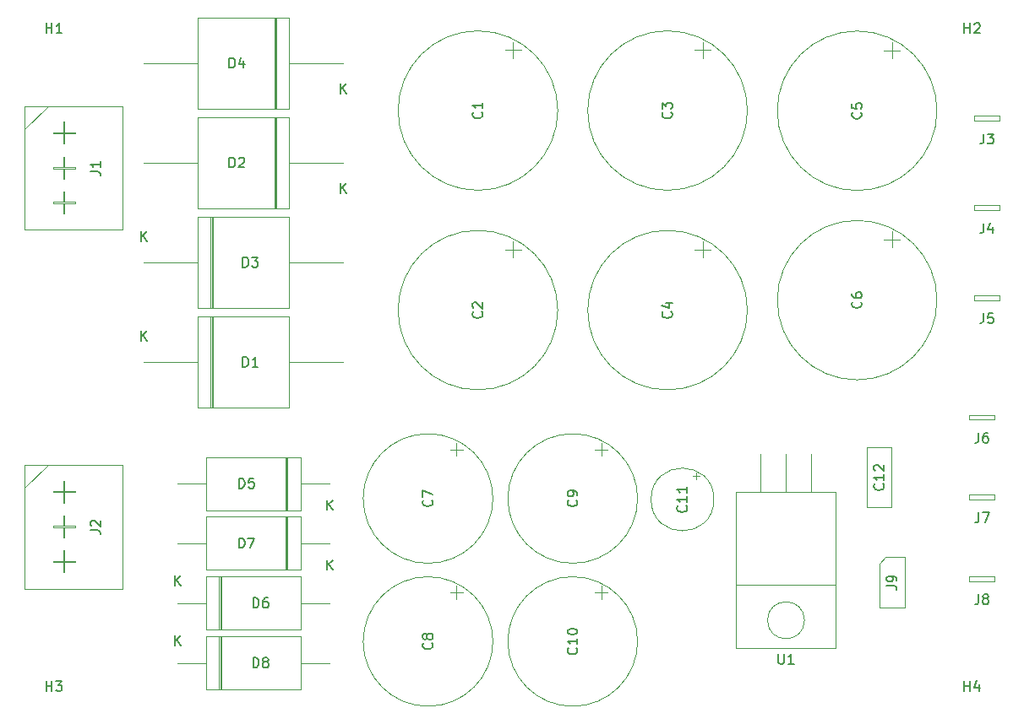
<source format=gbr>
%TF.GenerationSoftware,KiCad,Pcbnew,7.0.2-6a45011f42~172~ubuntu22.04.1*%
%TF.CreationDate,2023-05-07T16:01:11-05:00*%
%TF.ProjectId,fuente-lineal,6675656e-7465-42d6-9c69-6e65616c2e6b,V1.0.0*%
%TF.SameCoordinates,PX55d4a80PY3750280*%
%TF.FileFunction,AssemblyDrawing,Top*%
%FSLAX46Y46*%
G04 Gerber Fmt 4.6, Leading zero omitted, Abs format (unit mm)*
G04 Created by KiCad (PCBNEW 7.0.2-6a45011f42~172~ubuntu22.04.1) date 2023-05-07 16:01:11*
%MOMM*%
%LPD*%
G01*
G04 APERTURE LIST*
%ADD10C,0.150000*%
%ADD11C,0.100000*%
%ADD12C,0.120000*%
G04 APERTURE END LIST*
D10*
%TO.C,C9*%
X61367380Y-56320487D02*
X61415000Y-56368106D01*
X61415000Y-56368106D02*
X61462619Y-56510963D01*
X61462619Y-56510963D02*
X61462619Y-56606201D01*
X61462619Y-56606201D02*
X61415000Y-56749058D01*
X61415000Y-56749058D02*
X61319761Y-56844296D01*
X61319761Y-56844296D02*
X61224523Y-56891915D01*
X61224523Y-56891915D02*
X61034047Y-56939534D01*
X61034047Y-56939534D02*
X60891190Y-56939534D01*
X60891190Y-56939534D02*
X60700714Y-56891915D01*
X60700714Y-56891915D02*
X60605476Y-56844296D01*
X60605476Y-56844296D02*
X60510238Y-56749058D01*
X60510238Y-56749058D02*
X60462619Y-56606201D01*
X60462619Y-56606201D02*
X60462619Y-56510963D01*
X60462619Y-56510963D02*
X60510238Y-56368106D01*
X60510238Y-56368106D02*
X60557857Y-56320487D01*
X61462619Y-55844296D02*
X61462619Y-55653820D01*
X61462619Y-55653820D02*
X61415000Y-55558582D01*
X61415000Y-55558582D02*
X61367380Y-55510963D01*
X61367380Y-55510963D02*
X61224523Y-55415725D01*
X61224523Y-55415725D02*
X61034047Y-55368106D01*
X61034047Y-55368106D02*
X60653095Y-55368106D01*
X60653095Y-55368106D02*
X60557857Y-55415725D01*
X60557857Y-55415725D02*
X60510238Y-55463344D01*
X60510238Y-55463344D02*
X60462619Y-55558582D01*
X60462619Y-55558582D02*
X60462619Y-55749058D01*
X60462619Y-55749058D02*
X60510238Y-55844296D01*
X60510238Y-55844296D02*
X60557857Y-55891915D01*
X60557857Y-55891915D02*
X60653095Y-55939534D01*
X60653095Y-55939534D02*
X60891190Y-55939534D01*
X60891190Y-55939534D02*
X60986428Y-55891915D01*
X60986428Y-55891915D02*
X61034047Y-55844296D01*
X61034047Y-55844296D02*
X61081666Y-55749058D01*
X61081666Y-55749058D02*
X61081666Y-55558582D01*
X61081666Y-55558582D02*
X61034047Y-55463344D01*
X61034047Y-55463344D02*
X60986428Y-55415725D01*
X60986428Y-55415725D02*
X60891190Y-55368106D01*
%TO.C,H4*%
X100238095Y-75462619D02*
X100238095Y-74462619D01*
X100238095Y-74938809D02*
X100809523Y-74938809D01*
X100809523Y-75462619D02*
X100809523Y-74462619D01*
X101714285Y-74795952D02*
X101714285Y-75462619D01*
X101476190Y-74415000D02*
X101238095Y-75129285D01*
X101238095Y-75129285D02*
X101857142Y-75129285D01*
%TO.C,C3*%
X70867380Y-17394446D02*
X70915000Y-17442065D01*
X70915000Y-17442065D02*
X70962619Y-17584922D01*
X70962619Y-17584922D02*
X70962619Y-17680160D01*
X70962619Y-17680160D02*
X70915000Y-17823017D01*
X70915000Y-17823017D02*
X70819761Y-17918255D01*
X70819761Y-17918255D02*
X70724523Y-17965874D01*
X70724523Y-17965874D02*
X70534047Y-18013493D01*
X70534047Y-18013493D02*
X70391190Y-18013493D01*
X70391190Y-18013493D02*
X70200714Y-17965874D01*
X70200714Y-17965874D02*
X70105476Y-17918255D01*
X70105476Y-17918255D02*
X70010238Y-17823017D01*
X70010238Y-17823017D02*
X69962619Y-17680160D01*
X69962619Y-17680160D02*
X69962619Y-17584922D01*
X69962619Y-17584922D02*
X70010238Y-17442065D01*
X70010238Y-17442065D02*
X70057857Y-17394446D01*
X69962619Y-17061112D02*
X69962619Y-16442065D01*
X69962619Y-16442065D02*
X70343571Y-16775398D01*
X70343571Y-16775398D02*
X70343571Y-16632541D01*
X70343571Y-16632541D02*
X70391190Y-16537303D01*
X70391190Y-16537303D02*
X70438809Y-16489684D01*
X70438809Y-16489684D02*
X70534047Y-16442065D01*
X70534047Y-16442065D02*
X70772142Y-16442065D01*
X70772142Y-16442065D02*
X70867380Y-16489684D01*
X70867380Y-16489684D02*
X70915000Y-16537303D01*
X70915000Y-16537303D02*
X70962619Y-16632541D01*
X70962619Y-16632541D02*
X70962619Y-16918255D01*
X70962619Y-16918255D02*
X70915000Y-17013493D01*
X70915000Y-17013493D02*
X70867380Y-17061112D01*
%TO.C,J4*%
X102166666Y-28540399D02*
X102166666Y-29254684D01*
X102166666Y-29254684D02*
X102119047Y-29397541D01*
X102119047Y-29397541D02*
X102023809Y-29492780D01*
X102023809Y-29492780D02*
X101880952Y-29540399D01*
X101880952Y-29540399D02*
X101785714Y-29540399D01*
X103071428Y-28873732D02*
X103071428Y-29540399D01*
X102833333Y-28492780D02*
X102595238Y-29207065D01*
X102595238Y-29207065D02*
X103214285Y-29207065D01*
%TO.C,J2*%
X12662619Y-59333333D02*
X13376904Y-59333333D01*
X13376904Y-59333333D02*
X13519761Y-59380952D01*
X13519761Y-59380952D02*
X13615000Y-59476190D01*
X13615000Y-59476190D02*
X13662619Y-59619047D01*
X13662619Y-59619047D02*
X13662619Y-59714285D01*
X12757857Y-58904761D02*
X12710238Y-58857142D01*
X12710238Y-58857142D02*
X12662619Y-58761904D01*
X12662619Y-58761904D02*
X12662619Y-58523809D01*
X12662619Y-58523809D02*
X12710238Y-58428571D01*
X12710238Y-58428571D02*
X12757857Y-58380952D01*
X12757857Y-58380952D02*
X12853095Y-58333333D01*
X12853095Y-58333333D02*
X12948333Y-58333333D01*
X12948333Y-58333333D02*
X13091190Y-58380952D01*
X13091190Y-58380952D02*
X13662619Y-58952380D01*
X13662619Y-58952380D02*
X13662619Y-58333333D01*
%TO.C,C11*%
X72367380Y-56892857D02*
X72415000Y-56940476D01*
X72415000Y-56940476D02*
X72462619Y-57083333D01*
X72462619Y-57083333D02*
X72462619Y-57178571D01*
X72462619Y-57178571D02*
X72415000Y-57321428D01*
X72415000Y-57321428D02*
X72319761Y-57416666D01*
X72319761Y-57416666D02*
X72224523Y-57464285D01*
X72224523Y-57464285D02*
X72034047Y-57511904D01*
X72034047Y-57511904D02*
X71891190Y-57511904D01*
X71891190Y-57511904D02*
X71700714Y-57464285D01*
X71700714Y-57464285D02*
X71605476Y-57416666D01*
X71605476Y-57416666D02*
X71510238Y-57321428D01*
X71510238Y-57321428D02*
X71462619Y-57178571D01*
X71462619Y-57178571D02*
X71462619Y-57083333D01*
X71462619Y-57083333D02*
X71510238Y-56940476D01*
X71510238Y-56940476D02*
X71557857Y-56892857D01*
X72462619Y-55940476D02*
X72462619Y-56511904D01*
X72462619Y-56226190D02*
X71462619Y-56226190D01*
X71462619Y-56226190D02*
X71605476Y-56321428D01*
X71605476Y-56321428D02*
X71700714Y-56416666D01*
X71700714Y-56416666D02*
X71748333Y-56511904D01*
X72462619Y-54988095D02*
X72462619Y-55559523D01*
X72462619Y-55273809D02*
X71462619Y-55273809D01*
X71462619Y-55273809D02*
X71605476Y-55369047D01*
X71605476Y-55369047D02*
X71700714Y-55464285D01*
X71700714Y-55464285D02*
X71748333Y-55559523D01*
%TO.C,H1*%
X8238095Y-9462619D02*
X8238095Y-8462619D01*
X8238095Y-8938809D02*
X8809523Y-8938809D01*
X8809523Y-9462619D02*
X8809523Y-8462619D01*
X9809523Y-9462619D02*
X9238095Y-9462619D01*
X9523809Y-9462619D02*
X9523809Y-8462619D01*
X9523809Y-8462619D02*
X9428571Y-8605476D01*
X9428571Y-8605476D02*
X9333333Y-8700714D01*
X9333333Y-8700714D02*
X9238095Y-8748333D01*
%TO.C,D2*%
X37738095Y-25540399D02*
X37738095Y-24540399D01*
X38309523Y-25540399D02*
X37880952Y-24968970D01*
X38309523Y-24540399D02*
X37738095Y-25111827D01*
X26579405Y-22940399D02*
X26579405Y-21940399D01*
X26579405Y-21940399D02*
X26817500Y-21940399D01*
X26817500Y-21940399D02*
X26960357Y-21988018D01*
X26960357Y-21988018D02*
X27055595Y-22083256D01*
X27055595Y-22083256D02*
X27103214Y-22178494D01*
X27103214Y-22178494D02*
X27150833Y-22368970D01*
X27150833Y-22368970D02*
X27150833Y-22511827D01*
X27150833Y-22511827D02*
X27103214Y-22702303D01*
X27103214Y-22702303D02*
X27055595Y-22797541D01*
X27055595Y-22797541D02*
X26960357Y-22892780D01*
X26960357Y-22892780D02*
X26817500Y-22940399D01*
X26817500Y-22940399D02*
X26579405Y-22940399D01*
X27531786Y-22035637D02*
X27579405Y-21988018D01*
X27579405Y-21988018D02*
X27674643Y-21940399D01*
X27674643Y-21940399D02*
X27912738Y-21940399D01*
X27912738Y-21940399D02*
X28007976Y-21988018D01*
X28007976Y-21988018D02*
X28055595Y-22035637D01*
X28055595Y-22035637D02*
X28103214Y-22130875D01*
X28103214Y-22130875D02*
X28103214Y-22226113D01*
X28103214Y-22226113D02*
X28055595Y-22368970D01*
X28055595Y-22368970D02*
X27484167Y-22940399D01*
X27484167Y-22940399D02*
X28103214Y-22940399D01*
%TO.C,J6*%
X101666666Y-49562619D02*
X101666666Y-50276904D01*
X101666666Y-50276904D02*
X101619047Y-50419761D01*
X101619047Y-50419761D02*
X101523809Y-50515000D01*
X101523809Y-50515000D02*
X101380952Y-50562619D01*
X101380952Y-50562619D02*
X101285714Y-50562619D01*
X102571428Y-49562619D02*
X102380952Y-49562619D01*
X102380952Y-49562619D02*
X102285714Y-49610238D01*
X102285714Y-49610238D02*
X102238095Y-49657857D01*
X102238095Y-49657857D02*
X102142857Y-49800714D01*
X102142857Y-49800714D02*
X102095238Y-49991190D01*
X102095238Y-49991190D02*
X102095238Y-50372142D01*
X102095238Y-50372142D02*
X102142857Y-50467380D01*
X102142857Y-50467380D02*
X102190476Y-50515000D01*
X102190476Y-50515000D02*
X102285714Y-50562619D01*
X102285714Y-50562619D02*
X102476190Y-50562619D01*
X102476190Y-50562619D02*
X102571428Y-50515000D01*
X102571428Y-50515000D02*
X102619047Y-50467380D01*
X102619047Y-50467380D02*
X102666666Y-50372142D01*
X102666666Y-50372142D02*
X102666666Y-50134047D01*
X102666666Y-50134047D02*
X102619047Y-50038809D01*
X102619047Y-50038809D02*
X102571428Y-49991190D01*
X102571428Y-49991190D02*
X102476190Y-49943571D01*
X102476190Y-49943571D02*
X102285714Y-49943571D01*
X102285714Y-49943571D02*
X102190476Y-49991190D01*
X102190476Y-49991190D02*
X102142857Y-50038809D01*
X102142857Y-50038809D02*
X102095238Y-50134047D01*
%TO.C,H2*%
X100238095Y-9462619D02*
X100238095Y-8462619D01*
X100238095Y-8938809D02*
X100809523Y-8938809D01*
X100809523Y-9462619D02*
X100809523Y-8462619D01*
X101238095Y-8557857D02*
X101285714Y-8510238D01*
X101285714Y-8510238D02*
X101380952Y-8462619D01*
X101380952Y-8462619D02*
X101619047Y-8462619D01*
X101619047Y-8462619D02*
X101714285Y-8510238D01*
X101714285Y-8510238D02*
X101761904Y-8557857D01*
X101761904Y-8557857D02*
X101809523Y-8653095D01*
X101809523Y-8653095D02*
X101809523Y-8748333D01*
X101809523Y-8748333D02*
X101761904Y-8891190D01*
X101761904Y-8891190D02*
X101190476Y-9462619D01*
X101190476Y-9462619D02*
X101809523Y-9462619D01*
%TO.C,C8*%
X46867380Y-70666666D02*
X46915000Y-70714285D01*
X46915000Y-70714285D02*
X46962619Y-70857142D01*
X46962619Y-70857142D02*
X46962619Y-70952380D01*
X46962619Y-70952380D02*
X46915000Y-71095237D01*
X46915000Y-71095237D02*
X46819761Y-71190475D01*
X46819761Y-71190475D02*
X46724523Y-71238094D01*
X46724523Y-71238094D02*
X46534047Y-71285713D01*
X46534047Y-71285713D02*
X46391190Y-71285713D01*
X46391190Y-71285713D02*
X46200714Y-71238094D01*
X46200714Y-71238094D02*
X46105476Y-71190475D01*
X46105476Y-71190475D02*
X46010238Y-71095237D01*
X46010238Y-71095237D02*
X45962619Y-70952380D01*
X45962619Y-70952380D02*
X45962619Y-70857142D01*
X45962619Y-70857142D02*
X46010238Y-70714285D01*
X46010238Y-70714285D02*
X46057857Y-70666666D01*
X46391190Y-70095237D02*
X46343571Y-70190475D01*
X46343571Y-70190475D02*
X46295952Y-70238094D01*
X46295952Y-70238094D02*
X46200714Y-70285713D01*
X46200714Y-70285713D02*
X46153095Y-70285713D01*
X46153095Y-70285713D02*
X46057857Y-70238094D01*
X46057857Y-70238094D02*
X46010238Y-70190475D01*
X46010238Y-70190475D02*
X45962619Y-70095237D01*
X45962619Y-70095237D02*
X45962619Y-69904761D01*
X45962619Y-69904761D02*
X46010238Y-69809523D01*
X46010238Y-69809523D02*
X46057857Y-69761904D01*
X46057857Y-69761904D02*
X46153095Y-69714285D01*
X46153095Y-69714285D02*
X46200714Y-69714285D01*
X46200714Y-69714285D02*
X46295952Y-69761904D01*
X46295952Y-69761904D02*
X46343571Y-69809523D01*
X46343571Y-69809523D02*
X46391190Y-69904761D01*
X46391190Y-69904761D02*
X46391190Y-70095237D01*
X46391190Y-70095237D02*
X46438809Y-70190475D01*
X46438809Y-70190475D02*
X46486428Y-70238094D01*
X46486428Y-70238094D02*
X46581666Y-70285713D01*
X46581666Y-70285713D02*
X46772142Y-70285713D01*
X46772142Y-70285713D02*
X46867380Y-70238094D01*
X46867380Y-70238094D02*
X46915000Y-70190475D01*
X46915000Y-70190475D02*
X46962619Y-70095237D01*
X46962619Y-70095237D02*
X46962619Y-69904761D01*
X46962619Y-69904761D02*
X46915000Y-69809523D01*
X46915000Y-69809523D02*
X46867380Y-69761904D01*
X46867380Y-69761904D02*
X46772142Y-69714285D01*
X46772142Y-69714285D02*
X46581666Y-69714285D01*
X46581666Y-69714285D02*
X46486428Y-69761904D01*
X46486428Y-69761904D02*
X46438809Y-69809523D01*
X46438809Y-69809523D02*
X46391190Y-69904761D01*
%TO.C,J9*%
X92462619Y-64928333D02*
X93176904Y-64928333D01*
X93176904Y-64928333D02*
X93319761Y-64975952D01*
X93319761Y-64975952D02*
X93415000Y-65071190D01*
X93415000Y-65071190D02*
X93462619Y-65214047D01*
X93462619Y-65214047D02*
X93462619Y-65309285D01*
X93462619Y-64404523D02*
X93462619Y-64214047D01*
X93462619Y-64214047D02*
X93415000Y-64118809D01*
X93415000Y-64118809D02*
X93367380Y-64071190D01*
X93367380Y-64071190D02*
X93224523Y-63975952D01*
X93224523Y-63975952D02*
X93034047Y-63928333D01*
X93034047Y-63928333D02*
X92653095Y-63928333D01*
X92653095Y-63928333D02*
X92557857Y-63975952D01*
X92557857Y-63975952D02*
X92510238Y-64023571D01*
X92510238Y-64023571D02*
X92462619Y-64118809D01*
X92462619Y-64118809D02*
X92462619Y-64309285D01*
X92462619Y-64309285D02*
X92510238Y-64404523D01*
X92510238Y-64404523D02*
X92557857Y-64452142D01*
X92557857Y-64452142D02*
X92653095Y-64499761D01*
X92653095Y-64499761D02*
X92891190Y-64499761D01*
X92891190Y-64499761D02*
X92986428Y-64452142D01*
X92986428Y-64452142D02*
X93034047Y-64404523D01*
X93034047Y-64404523D02*
X93081666Y-64309285D01*
X93081666Y-64309285D02*
X93081666Y-64118809D01*
X93081666Y-64118809D02*
X93034047Y-64023571D01*
X93034047Y-64023571D02*
X92986428Y-63975952D01*
X92986428Y-63975952D02*
X92891190Y-63928333D01*
%TO.C,C10*%
X61367380Y-71142857D02*
X61415000Y-71190476D01*
X61415000Y-71190476D02*
X61462619Y-71333333D01*
X61462619Y-71333333D02*
X61462619Y-71428571D01*
X61462619Y-71428571D02*
X61415000Y-71571428D01*
X61415000Y-71571428D02*
X61319761Y-71666666D01*
X61319761Y-71666666D02*
X61224523Y-71714285D01*
X61224523Y-71714285D02*
X61034047Y-71761904D01*
X61034047Y-71761904D02*
X60891190Y-71761904D01*
X60891190Y-71761904D02*
X60700714Y-71714285D01*
X60700714Y-71714285D02*
X60605476Y-71666666D01*
X60605476Y-71666666D02*
X60510238Y-71571428D01*
X60510238Y-71571428D02*
X60462619Y-71428571D01*
X60462619Y-71428571D02*
X60462619Y-71333333D01*
X60462619Y-71333333D02*
X60510238Y-71190476D01*
X60510238Y-71190476D02*
X60557857Y-71142857D01*
X61462619Y-70190476D02*
X61462619Y-70761904D01*
X61462619Y-70476190D02*
X60462619Y-70476190D01*
X60462619Y-70476190D02*
X60605476Y-70571428D01*
X60605476Y-70571428D02*
X60700714Y-70666666D01*
X60700714Y-70666666D02*
X60748333Y-70761904D01*
X60462619Y-69571428D02*
X60462619Y-69476190D01*
X60462619Y-69476190D02*
X60510238Y-69380952D01*
X60510238Y-69380952D02*
X60557857Y-69333333D01*
X60557857Y-69333333D02*
X60653095Y-69285714D01*
X60653095Y-69285714D02*
X60843571Y-69238095D01*
X60843571Y-69238095D02*
X61081666Y-69238095D01*
X61081666Y-69238095D02*
X61272142Y-69285714D01*
X61272142Y-69285714D02*
X61367380Y-69333333D01*
X61367380Y-69333333D02*
X61415000Y-69380952D01*
X61415000Y-69380952D02*
X61462619Y-69476190D01*
X61462619Y-69476190D02*
X61462619Y-69571428D01*
X61462619Y-69571428D02*
X61415000Y-69666666D01*
X61415000Y-69666666D02*
X61367380Y-69714285D01*
X61367380Y-69714285D02*
X61272142Y-69761904D01*
X61272142Y-69761904D02*
X61081666Y-69809523D01*
X61081666Y-69809523D02*
X60843571Y-69809523D01*
X60843571Y-69809523D02*
X60653095Y-69761904D01*
X60653095Y-69761904D02*
X60557857Y-69714285D01*
X60557857Y-69714285D02*
X60510238Y-69666666D01*
X60510238Y-69666666D02*
X60462619Y-69571428D01*
%TO.C,D6*%
X28975905Y-67116440D02*
X28975905Y-66116440D01*
X28975905Y-66116440D02*
X29214000Y-66116440D01*
X29214000Y-66116440D02*
X29356857Y-66164059D01*
X29356857Y-66164059D02*
X29452095Y-66259297D01*
X29452095Y-66259297D02*
X29499714Y-66354535D01*
X29499714Y-66354535D02*
X29547333Y-66545011D01*
X29547333Y-66545011D02*
X29547333Y-66687868D01*
X29547333Y-66687868D02*
X29499714Y-66878344D01*
X29499714Y-66878344D02*
X29452095Y-66973582D01*
X29452095Y-66973582D02*
X29356857Y-67068821D01*
X29356857Y-67068821D02*
X29214000Y-67116440D01*
X29214000Y-67116440D02*
X28975905Y-67116440D01*
X30404476Y-66116440D02*
X30214000Y-66116440D01*
X30214000Y-66116440D02*
X30118762Y-66164059D01*
X30118762Y-66164059D02*
X30071143Y-66211678D01*
X30071143Y-66211678D02*
X29975905Y-66354535D01*
X29975905Y-66354535D02*
X29928286Y-66545011D01*
X29928286Y-66545011D02*
X29928286Y-66925963D01*
X29928286Y-66925963D02*
X29975905Y-67021201D01*
X29975905Y-67021201D02*
X30023524Y-67068821D01*
X30023524Y-67068821D02*
X30118762Y-67116440D01*
X30118762Y-67116440D02*
X30309238Y-67116440D01*
X30309238Y-67116440D02*
X30404476Y-67068821D01*
X30404476Y-67068821D02*
X30452095Y-67021201D01*
X30452095Y-67021201D02*
X30499714Y-66925963D01*
X30499714Y-66925963D02*
X30499714Y-66687868D01*
X30499714Y-66687868D02*
X30452095Y-66592630D01*
X30452095Y-66592630D02*
X30404476Y-66545011D01*
X30404476Y-66545011D02*
X30309238Y-66497392D01*
X30309238Y-66497392D02*
X30118762Y-66497392D01*
X30118762Y-66497392D02*
X30023524Y-66545011D01*
X30023524Y-66545011D02*
X29975905Y-66592630D01*
X29975905Y-66592630D02*
X29928286Y-66687868D01*
X21118095Y-64916440D02*
X21118095Y-63916440D01*
X21689523Y-64916440D02*
X21260952Y-64345011D01*
X21689523Y-63916440D02*
X21118095Y-64487868D01*
%TO.C,C6*%
X89867380Y-36416666D02*
X89915000Y-36464285D01*
X89915000Y-36464285D02*
X89962619Y-36607142D01*
X89962619Y-36607142D02*
X89962619Y-36702380D01*
X89962619Y-36702380D02*
X89915000Y-36845237D01*
X89915000Y-36845237D02*
X89819761Y-36940475D01*
X89819761Y-36940475D02*
X89724523Y-36988094D01*
X89724523Y-36988094D02*
X89534047Y-37035713D01*
X89534047Y-37035713D02*
X89391190Y-37035713D01*
X89391190Y-37035713D02*
X89200714Y-36988094D01*
X89200714Y-36988094D02*
X89105476Y-36940475D01*
X89105476Y-36940475D02*
X89010238Y-36845237D01*
X89010238Y-36845237D02*
X88962619Y-36702380D01*
X88962619Y-36702380D02*
X88962619Y-36607142D01*
X88962619Y-36607142D02*
X89010238Y-36464285D01*
X89010238Y-36464285D02*
X89057857Y-36416666D01*
X88962619Y-35559523D02*
X88962619Y-35749999D01*
X88962619Y-35749999D02*
X89010238Y-35845237D01*
X89010238Y-35845237D02*
X89057857Y-35892856D01*
X89057857Y-35892856D02*
X89200714Y-35988094D01*
X89200714Y-35988094D02*
X89391190Y-36035713D01*
X89391190Y-36035713D02*
X89772142Y-36035713D01*
X89772142Y-36035713D02*
X89867380Y-35988094D01*
X89867380Y-35988094D02*
X89915000Y-35940475D01*
X89915000Y-35940475D02*
X89962619Y-35845237D01*
X89962619Y-35845237D02*
X89962619Y-35654761D01*
X89962619Y-35654761D02*
X89915000Y-35559523D01*
X89915000Y-35559523D02*
X89867380Y-35511904D01*
X89867380Y-35511904D02*
X89772142Y-35464285D01*
X89772142Y-35464285D02*
X89534047Y-35464285D01*
X89534047Y-35464285D02*
X89438809Y-35511904D01*
X89438809Y-35511904D02*
X89391190Y-35559523D01*
X89391190Y-35559523D02*
X89343571Y-35654761D01*
X89343571Y-35654761D02*
X89343571Y-35845237D01*
X89343571Y-35845237D02*
X89391190Y-35940475D01*
X89391190Y-35940475D02*
X89438809Y-35988094D01*
X89438809Y-35988094D02*
X89534047Y-36035713D01*
%TO.C,D8*%
X28975905Y-73116440D02*
X28975905Y-72116440D01*
X28975905Y-72116440D02*
X29214000Y-72116440D01*
X29214000Y-72116440D02*
X29356857Y-72164059D01*
X29356857Y-72164059D02*
X29452095Y-72259297D01*
X29452095Y-72259297D02*
X29499714Y-72354535D01*
X29499714Y-72354535D02*
X29547333Y-72545011D01*
X29547333Y-72545011D02*
X29547333Y-72687868D01*
X29547333Y-72687868D02*
X29499714Y-72878344D01*
X29499714Y-72878344D02*
X29452095Y-72973582D01*
X29452095Y-72973582D02*
X29356857Y-73068821D01*
X29356857Y-73068821D02*
X29214000Y-73116440D01*
X29214000Y-73116440D02*
X28975905Y-73116440D01*
X30118762Y-72545011D02*
X30023524Y-72497392D01*
X30023524Y-72497392D02*
X29975905Y-72449773D01*
X29975905Y-72449773D02*
X29928286Y-72354535D01*
X29928286Y-72354535D02*
X29928286Y-72306916D01*
X29928286Y-72306916D02*
X29975905Y-72211678D01*
X29975905Y-72211678D02*
X30023524Y-72164059D01*
X30023524Y-72164059D02*
X30118762Y-72116440D01*
X30118762Y-72116440D02*
X30309238Y-72116440D01*
X30309238Y-72116440D02*
X30404476Y-72164059D01*
X30404476Y-72164059D02*
X30452095Y-72211678D01*
X30452095Y-72211678D02*
X30499714Y-72306916D01*
X30499714Y-72306916D02*
X30499714Y-72354535D01*
X30499714Y-72354535D02*
X30452095Y-72449773D01*
X30452095Y-72449773D02*
X30404476Y-72497392D01*
X30404476Y-72497392D02*
X30309238Y-72545011D01*
X30309238Y-72545011D02*
X30118762Y-72545011D01*
X30118762Y-72545011D02*
X30023524Y-72592630D01*
X30023524Y-72592630D02*
X29975905Y-72640249D01*
X29975905Y-72640249D02*
X29928286Y-72735487D01*
X29928286Y-72735487D02*
X29928286Y-72925963D01*
X29928286Y-72925963D02*
X29975905Y-73021201D01*
X29975905Y-73021201D02*
X30023524Y-73068821D01*
X30023524Y-73068821D02*
X30118762Y-73116440D01*
X30118762Y-73116440D02*
X30309238Y-73116440D01*
X30309238Y-73116440D02*
X30404476Y-73068821D01*
X30404476Y-73068821D02*
X30452095Y-73021201D01*
X30452095Y-73021201D02*
X30499714Y-72925963D01*
X30499714Y-72925963D02*
X30499714Y-72735487D01*
X30499714Y-72735487D02*
X30452095Y-72640249D01*
X30452095Y-72640249D02*
X30404476Y-72592630D01*
X30404476Y-72592630D02*
X30309238Y-72545011D01*
X21118095Y-70916440D02*
X21118095Y-69916440D01*
X21689523Y-70916440D02*
X21260952Y-70345011D01*
X21689523Y-69916440D02*
X21118095Y-70487868D01*
%TO.C,C2*%
X51867380Y-37416666D02*
X51915000Y-37464285D01*
X51915000Y-37464285D02*
X51962619Y-37607142D01*
X51962619Y-37607142D02*
X51962619Y-37702380D01*
X51962619Y-37702380D02*
X51915000Y-37845237D01*
X51915000Y-37845237D02*
X51819761Y-37940475D01*
X51819761Y-37940475D02*
X51724523Y-37988094D01*
X51724523Y-37988094D02*
X51534047Y-38035713D01*
X51534047Y-38035713D02*
X51391190Y-38035713D01*
X51391190Y-38035713D02*
X51200714Y-37988094D01*
X51200714Y-37988094D02*
X51105476Y-37940475D01*
X51105476Y-37940475D02*
X51010238Y-37845237D01*
X51010238Y-37845237D02*
X50962619Y-37702380D01*
X50962619Y-37702380D02*
X50962619Y-37607142D01*
X50962619Y-37607142D02*
X51010238Y-37464285D01*
X51010238Y-37464285D02*
X51057857Y-37416666D01*
X51057857Y-37035713D02*
X51010238Y-36988094D01*
X51010238Y-36988094D02*
X50962619Y-36892856D01*
X50962619Y-36892856D02*
X50962619Y-36654761D01*
X50962619Y-36654761D02*
X51010238Y-36559523D01*
X51010238Y-36559523D02*
X51057857Y-36511904D01*
X51057857Y-36511904D02*
X51153095Y-36464285D01*
X51153095Y-36464285D02*
X51248333Y-36464285D01*
X51248333Y-36464285D02*
X51391190Y-36511904D01*
X51391190Y-36511904D02*
X51962619Y-37083332D01*
X51962619Y-37083332D02*
X51962619Y-36464285D01*
%TO.C,J8*%
X101666666Y-65762619D02*
X101666666Y-66476904D01*
X101666666Y-66476904D02*
X101619047Y-66619761D01*
X101619047Y-66619761D02*
X101523809Y-66715000D01*
X101523809Y-66715000D02*
X101380952Y-66762619D01*
X101380952Y-66762619D02*
X101285714Y-66762619D01*
X102285714Y-66191190D02*
X102190476Y-66143571D01*
X102190476Y-66143571D02*
X102142857Y-66095952D01*
X102142857Y-66095952D02*
X102095238Y-66000714D01*
X102095238Y-66000714D02*
X102095238Y-65953095D01*
X102095238Y-65953095D02*
X102142857Y-65857857D01*
X102142857Y-65857857D02*
X102190476Y-65810238D01*
X102190476Y-65810238D02*
X102285714Y-65762619D01*
X102285714Y-65762619D02*
X102476190Y-65762619D01*
X102476190Y-65762619D02*
X102571428Y-65810238D01*
X102571428Y-65810238D02*
X102619047Y-65857857D01*
X102619047Y-65857857D02*
X102666666Y-65953095D01*
X102666666Y-65953095D02*
X102666666Y-66000714D01*
X102666666Y-66000714D02*
X102619047Y-66095952D01*
X102619047Y-66095952D02*
X102571428Y-66143571D01*
X102571428Y-66143571D02*
X102476190Y-66191190D01*
X102476190Y-66191190D02*
X102285714Y-66191190D01*
X102285714Y-66191190D02*
X102190476Y-66238809D01*
X102190476Y-66238809D02*
X102142857Y-66286428D01*
X102142857Y-66286428D02*
X102095238Y-66381666D01*
X102095238Y-66381666D02*
X102095238Y-66572142D01*
X102095238Y-66572142D02*
X102142857Y-66667380D01*
X102142857Y-66667380D02*
X102190476Y-66715000D01*
X102190476Y-66715000D02*
X102285714Y-66762619D01*
X102285714Y-66762619D02*
X102476190Y-66762619D01*
X102476190Y-66762619D02*
X102571428Y-66715000D01*
X102571428Y-66715000D02*
X102619047Y-66667380D01*
X102619047Y-66667380D02*
X102666666Y-66572142D01*
X102666666Y-66572142D02*
X102666666Y-66381666D01*
X102666666Y-66381666D02*
X102619047Y-66286428D01*
X102619047Y-66286428D02*
X102571428Y-66238809D01*
X102571428Y-66238809D02*
X102476190Y-66191190D01*
%TO.C,C4*%
X70867380Y-37416666D02*
X70915000Y-37464285D01*
X70915000Y-37464285D02*
X70962619Y-37607142D01*
X70962619Y-37607142D02*
X70962619Y-37702380D01*
X70962619Y-37702380D02*
X70915000Y-37845237D01*
X70915000Y-37845237D02*
X70819761Y-37940475D01*
X70819761Y-37940475D02*
X70724523Y-37988094D01*
X70724523Y-37988094D02*
X70534047Y-38035713D01*
X70534047Y-38035713D02*
X70391190Y-38035713D01*
X70391190Y-38035713D02*
X70200714Y-37988094D01*
X70200714Y-37988094D02*
X70105476Y-37940475D01*
X70105476Y-37940475D02*
X70010238Y-37845237D01*
X70010238Y-37845237D02*
X69962619Y-37702380D01*
X69962619Y-37702380D02*
X69962619Y-37607142D01*
X69962619Y-37607142D02*
X70010238Y-37464285D01*
X70010238Y-37464285D02*
X70057857Y-37416666D01*
X70295952Y-36559523D02*
X70962619Y-36559523D01*
X69915000Y-36797618D02*
X70629285Y-37035713D01*
X70629285Y-37035713D02*
X70629285Y-36416666D01*
%TO.C,D1*%
X27944405Y-42940399D02*
X27944405Y-41940399D01*
X27944405Y-41940399D02*
X28182500Y-41940399D01*
X28182500Y-41940399D02*
X28325357Y-41988018D01*
X28325357Y-41988018D02*
X28420595Y-42083256D01*
X28420595Y-42083256D02*
X28468214Y-42178494D01*
X28468214Y-42178494D02*
X28515833Y-42368970D01*
X28515833Y-42368970D02*
X28515833Y-42511827D01*
X28515833Y-42511827D02*
X28468214Y-42702303D01*
X28468214Y-42702303D02*
X28420595Y-42797541D01*
X28420595Y-42797541D02*
X28325357Y-42892780D01*
X28325357Y-42892780D02*
X28182500Y-42940399D01*
X28182500Y-42940399D02*
X27944405Y-42940399D01*
X29468214Y-42940399D02*
X28896786Y-42940399D01*
X29182500Y-42940399D02*
X29182500Y-41940399D01*
X29182500Y-41940399D02*
X29087262Y-42083256D01*
X29087262Y-42083256D02*
X28992024Y-42178494D01*
X28992024Y-42178494D02*
X28896786Y-42226113D01*
X17738095Y-40340399D02*
X17738095Y-39340399D01*
X18309523Y-40340399D02*
X17880952Y-39768970D01*
X18309523Y-39340399D02*
X17738095Y-39911827D01*
%TO.C,D4*%
X26579405Y-12940399D02*
X26579405Y-11940399D01*
X26579405Y-11940399D02*
X26817500Y-11940399D01*
X26817500Y-11940399D02*
X26960357Y-11988018D01*
X26960357Y-11988018D02*
X27055595Y-12083256D01*
X27055595Y-12083256D02*
X27103214Y-12178494D01*
X27103214Y-12178494D02*
X27150833Y-12368970D01*
X27150833Y-12368970D02*
X27150833Y-12511827D01*
X27150833Y-12511827D02*
X27103214Y-12702303D01*
X27103214Y-12702303D02*
X27055595Y-12797541D01*
X27055595Y-12797541D02*
X26960357Y-12892780D01*
X26960357Y-12892780D02*
X26817500Y-12940399D01*
X26817500Y-12940399D02*
X26579405Y-12940399D01*
X28007976Y-12273732D02*
X28007976Y-12940399D01*
X27769881Y-11892780D02*
X27531786Y-12607065D01*
X27531786Y-12607065D02*
X28150833Y-12607065D01*
X37738095Y-15540399D02*
X37738095Y-14540399D01*
X38309523Y-15540399D02*
X37880952Y-14968970D01*
X38309523Y-14540399D02*
X37738095Y-15111827D01*
%TO.C,C1*%
X51867380Y-17394446D02*
X51915000Y-17442065D01*
X51915000Y-17442065D02*
X51962619Y-17584922D01*
X51962619Y-17584922D02*
X51962619Y-17680160D01*
X51962619Y-17680160D02*
X51915000Y-17823017D01*
X51915000Y-17823017D02*
X51819761Y-17918255D01*
X51819761Y-17918255D02*
X51724523Y-17965874D01*
X51724523Y-17965874D02*
X51534047Y-18013493D01*
X51534047Y-18013493D02*
X51391190Y-18013493D01*
X51391190Y-18013493D02*
X51200714Y-17965874D01*
X51200714Y-17965874D02*
X51105476Y-17918255D01*
X51105476Y-17918255D02*
X51010238Y-17823017D01*
X51010238Y-17823017D02*
X50962619Y-17680160D01*
X50962619Y-17680160D02*
X50962619Y-17584922D01*
X50962619Y-17584922D02*
X51010238Y-17442065D01*
X51010238Y-17442065D02*
X51057857Y-17394446D01*
X51962619Y-16442065D02*
X51962619Y-17013493D01*
X51962619Y-16727779D02*
X50962619Y-16727779D01*
X50962619Y-16727779D02*
X51105476Y-16823017D01*
X51105476Y-16823017D02*
X51200714Y-16918255D01*
X51200714Y-16918255D02*
X51248333Y-17013493D01*
%TO.C,C5*%
X89867380Y-17416666D02*
X89915000Y-17464285D01*
X89915000Y-17464285D02*
X89962619Y-17607142D01*
X89962619Y-17607142D02*
X89962619Y-17702380D01*
X89962619Y-17702380D02*
X89915000Y-17845237D01*
X89915000Y-17845237D02*
X89819761Y-17940475D01*
X89819761Y-17940475D02*
X89724523Y-17988094D01*
X89724523Y-17988094D02*
X89534047Y-18035713D01*
X89534047Y-18035713D02*
X89391190Y-18035713D01*
X89391190Y-18035713D02*
X89200714Y-17988094D01*
X89200714Y-17988094D02*
X89105476Y-17940475D01*
X89105476Y-17940475D02*
X89010238Y-17845237D01*
X89010238Y-17845237D02*
X88962619Y-17702380D01*
X88962619Y-17702380D02*
X88962619Y-17607142D01*
X88962619Y-17607142D02*
X89010238Y-17464285D01*
X89010238Y-17464285D02*
X89057857Y-17416666D01*
X88962619Y-16511904D02*
X88962619Y-16988094D01*
X88962619Y-16988094D02*
X89438809Y-17035713D01*
X89438809Y-17035713D02*
X89391190Y-16988094D01*
X89391190Y-16988094D02*
X89343571Y-16892856D01*
X89343571Y-16892856D02*
X89343571Y-16654761D01*
X89343571Y-16654761D02*
X89391190Y-16559523D01*
X89391190Y-16559523D02*
X89438809Y-16511904D01*
X89438809Y-16511904D02*
X89534047Y-16464285D01*
X89534047Y-16464285D02*
X89772142Y-16464285D01*
X89772142Y-16464285D02*
X89867380Y-16511904D01*
X89867380Y-16511904D02*
X89915000Y-16559523D01*
X89915000Y-16559523D02*
X89962619Y-16654761D01*
X89962619Y-16654761D02*
X89962619Y-16892856D01*
X89962619Y-16892856D02*
X89915000Y-16988094D01*
X89915000Y-16988094D02*
X89867380Y-17035713D01*
%TO.C,J1*%
X12662619Y-23333333D02*
X13376904Y-23333333D01*
X13376904Y-23333333D02*
X13519761Y-23380952D01*
X13519761Y-23380952D02*
X13615000Y-23476190D01*
X13615000Y-23476190D02*
X13662619Y-23619047D01*
X13662619Y-23619047D02*
X13662619Y-23714285D01*
X13662619Y-22333333D02*
X13662619Y-22904761D01*
X13662619Y-22619047D02*
X12662619Y-22619047D01*
X12662619Y-22619047D02*
X12805476Y-22714285D01*
X12805476Y-22714285D02*
X12900714Y-22809523D01*
X12900714Y-22809523D02*
X12948333Y-22904761D01*
%TO.C,D7*%
X36358095Y-63316440D02*
X36358095Y-62316440D01*
X36929523Y-63316440D02*
X36500952Y-62745011D01*
X36929523Y-62316440D02*
X36358095Y-62887868D01*
X27547905Y-61116440D02*
X27547905Y-60116440D01*
X27547905Y-60116440D02*
X27786000Y-60116440D01*
X27786000Y-60116440D02*
X27928857Y-60164059D01*
X27928857Y-60164059D02*
X28024095Y-60259297D01*
X28024095Y-60259297D02*
X28071714Y-60354535D01*
X28071714Y-60354535D02*
X28119333Y-60545011D01*
X28119333Y-60545011D02*
X28119333Y-60687868D01*
X28119333Y-60687868D02*
X28071714Y-60878344D01*
X28071714Y-60878344D02*
X28024095Y-60973582D01*
X28024095Y-60973582D02*
X27928857Y-61068821D01*
X27928857Y-61068821D02*
X27786000Y-61116440D01*
X27786000Y-61116440D02*
X27547905Y-61116440D01*
X28452667Y-60116440D02*
X29119333Y-60116440D01*
X29119333Y-60116440D02*
X28690762Y-61116440D01*
%TO.C,U1*%
X81608095Y-71752619D02*
X81608095Y-72562142D01*
X81608095Y-72562142D02*
X81655714Y-72657380D01*
X81655714Y-72657380D02*
X81703333Y-72705000D01*
X81703333Y-72705000D02*
X81798571Y-72752619D01*
X81798571Y-72752619D02*
X81989047Y-72752619D01*
X81989047Y-72752619D02*
X82084285Y-72705000D01*
X82084285Y-72705000D02*
X82131904Y-72657380D01*
X82131904Y-72657380D02*
X82179523Y-72562142D01*
X82179523Y-72562142D02*
X82179523Y-71752619D01*
X83179523Y-72752619D02*
X82608095Y-72752619D01*
X82893809Y-72752619D02*
X82893809Y-71752619D01*
X82893809Y-71752619D02*
X82798571Y-71895476D01*
X82798571Y-71895476D02*
X82703333Y-71990714D01*
X82703333Y-71990714D02*
X82608095Y-72038333D01*
%TO.C,D3*%
X17738095Y-30340399D02*
X17738095Y-29340399D01*
X18309523Y-30340399D02*
X17880952Y-29768970D01*
X18309523Y-29340399D02*
X17738095Y-29911827D01*
X27944405Y-32940399D02*
X27944405Y-31940399D01*
X27944405Y-31940399D02*
X28182500Y-31940399D01*
X28182500Y-31940399D02*
X28325357Y-31988018D01*
X28325357Y-31988018D02*
X28420595Y-32083256D01*
X28420595Y-32083256D02*
X28468214Y-32178494D01*
X28468214Y-32178494D02*
X28515833Y-32368970D01*
X28515833Y-32368970D02*
X28515833Y-32511827D01*
X28515833Y-32511827D02*
X28468214Y-32702303D01*
X28468214Y-32702303D02*
X28420595Y-32797541D01*
X28420595Y-32797541D02*
X28325357Y-32892780D01*
X28325357Y-32892780D02*
X28182500Y-32940399D01*
X28182500Y-32940399D02*
X27944405Y-32940399D01*
X28849167Y-31940399D02*
X29468214Y-31940399D01*
X29468214Y-31940399D02*
X29134881Y-32321351D01*
X29134881Y-32321351D02*
X29277738Y-32321351D01*
X29277738Y-32321351D02*
X29372976Y-32368970D01*
X29372976Y-32368970D02*
X29420595Y-32416589D01*
X29420595Y-32416589D02*
X29468214Y-32511827D01*
X29468214Y-32511827D02*
X29468214Y-32749922D01*
X29468214Y-32749922D02*
X29420595Y-32845160D01*
X29420595Y-32845160D02*
X29372976Y-32892780D01*
X29372976Y-32892780D02*
X29277738Y-32940399D01*
X29277738Y-32940399D02*
X28992024Y-32940399D01*
X28992024Y-32940399D02*
X28896786Y-32892780D01*
X28896786Y-32892780D02*
X28849167Y-32845160D01*
%TO.C,J5*%
X102166666Y-37562619D02*
X102166666Y-38276904D01*
X102166666Y-38276904D02*
X102119047Y-38419761D01*
X102119047Y-38419761D02*
X102023809Y-38515000D01*
X102023809Y-38515000D02*
X101880952Y-38562619D01*
X101880952Y-38562619D02*
X101785714Y-38562619D01*
X103119047Y-37562619D02*
X102642857Y-37562619D01*
X102642857Y-37562619D02*
X102595238Y-38038809D01*
X102595238Y-38038809D02*
X102642857Y-37991190D01*
X102642857Y-37991190D02*
X102738095Y-37943571D01*
X102738095Y-37943571D02*
X102976190Y-37943571D01*
X102976190Y-37943571D02*
X103071428Y-37991190D01*
X103071428Y-37991190D02*
X103119047Y-38038809D01*
X103119047Y-38038809D02*
X103166666Y-38134047D01*
X103166666Y-38134047D02*
X103166666Y-38372142D01*
X103166666Y-38372142D02*
X103119047Y-38467380D01*
X103119047Y-38467380D02*
X103071428Y-38515000D01*
X103071428Y-38515000D02*
X102976190Y-38562619D01*
X102976190Y-38562619D02*
X102738095Y-38562619D01*
X102738095Y-38562619D02*
X102642857Y-38515000D01*
X102642857Y-38515000D02*
X102595238Y-38467380D01*
%TO.C,C7*%
X46867380Y-56320487D02*
X46915000Y-56368106D01*
X46915000Y-56368106D02*
X46962619Y-56510963D01*
X46962619Y-56510963D02*
X46962619Y-56606201D01*
X46962619Y-56606201D02*
X46915000Y-56749058D01*
X46915000Y-56749058D02*
X46819761Y-56844296D01*
X46819761Y-56844296D02*
X46724523Y-56891915D01*
X46724523Y-56891915D02*
X46534047Y-56939534D01*
X46534047Y-56939534D02*
X46391190Y-56939534D01*
X46391190Y-56939534D02*
X46200714Y-56891915D01*
X46200714Y-56891915D02*
X46105476Y-56844296D01*
X46105476Y-56844296D02*
X46010238Y-56749058D01*
X46010238Y-56749058D02*
X45962619Y-56606201D01*
X45962619Y-56606201D02*
X45962619Y-56510963D01*
X45962619Y-56510963D02*
X46010238Y-56368106D01*
X46010238Y-56368106D02*
X46057857Y-56320487D01*
X45962619Y-55987153D02*
X45962619Y-55320487D01*
X45962619Y-55320487D02*
X46962619Y-55749058D01*
%TO.C,J3*%
X102166666Y-19562619D02*
X102166666Y-20276904D01*
X102166666Y-20276904D02*
X102119047Y-20419761D01*
X102119047Y-20419761D02*
X102023809Y-20515000D01*
X102023809Y-20515000D02*
X101880952Y-20562619D01*
X101880952Y-20562619D02*
X101785714Y-20562619D01*
X102547619Y-19562619D02*
X103166666Y-19562619D01*
X103166666Y-19562619D02*
X102833333Y-19943571D01*
X102833333Y-19943571D02*
X102976190Y-19943571D01*
X102976190Y-19943571D02*
X103071428Y-19991190D01*
X103071428Y-19991190D02*
X103119047Y-20038809D01*
X103119047Y-20038809D02*
X103166666Y-20134047D01*
X103166666Y-20134047D02*
X103166666Y-20372142D01*
X103166666Y-20372142D02*
X103119047Y-20467380D01*
X103119047Y-20467380D02*
X103071428Y-20515000D01*
X103071428Y-20515000D02*
X102976190Y-20562619D01*
X102976190Y-20562619D02*
X102690476Y-20562619D01*
X102690476Y-20562619D02*
X102595238Y-20515000D01*
X102595238Y-20515000D02*
X102547619Y-20467380D01*
%TO.C,J7*%
X101666666Y-57562619D02*
X101666666Y-58276904D01*
X101666666Y-58276904D02*
X101619047Y-58419761D01*
X101619047Y-58419761D02*
X101523809Y-58515000D01*
X101523809Y-58515000D02*
X101380952Y-58562619D01*
X101380952Y-58562619D02*
X101285714Y-58562619D01*
X102047619Y-57562619D02*
X102714285Y-57562619D01*
X102714285Y-57562619D02*
X102285714Y-58562619D01*
%TO.C,H3*%
X8238095Y-75462619D02*
X8238095Y-74462619D01*
X8238095Y-74938809D02*
X8809523Y-74938809D01*
X8809523Y-75462619D02*
X8809523Y-74462619D01*
X9190476Y-74462619D02*
X9809523Y-74462619D01*
X9809523Y-74462619D02*
X9476190Y-74843571D01*
X9476190Y-74843571D02*
X9619047Y-74843571D01*
X9619047Y-74843571D02*
X9714285Y-74891190D01*
X9714285Y-74891190D02*
X9761904Y-74938809D01*
X9761904Y-74938809D02*
X9809523Y-75034047D01*
X9809523Y-75034047D02*
X9809523Y-75272142D01*
X9809523Y-75272142D02*
X9761904Y-75367380D01*
X9761904Y-75367380D02*
X9714285Y-75415000D01*
X9714285Y-75415000D02*
X9619047Y-75462619D01*
X9619047Y-75462619D02*
X9333333Y-75462619D01*
X9333333Y-75462619D02*
X9238095Y-75415000D01*
X9238095Y-75415000D02*
X9190476Y-75367380D01*
%TO.C,D5*%
X36358095Y-57316440D02*
X36358095Y-56316440D01*
X36929523Y-57316440D02*
X36500952Y-56745011D01*
X36929523Y-56316440D02*
X36358095Y-56887868D01*
X27547905Y-55116440D02*
X27547905Y-54116440D01*
X27547905Y-54116440D02*
X27786000Y-54116440D01*
X27786000Y-54116440D02*
X27928857Y-54164059D01*
X27928857Y-54164059D02*
X28024095Y-54259297D01*
X28024095Y-54259297D02*
X28071714Y-54354535D01*
X28071714Y-54354535D02*
X28119333Y-54545011D01*
X28119333Y-54545011D02*
X28119333Y-54687868D01*
X28119333Y-54687868D02*
X28071714Y-54878344D01*
X28071714Y-54878344D02*
X28024095Y-54973582D01*
X28024095Y-54973582D02*
X27928857Y-55068821D01*
X27928857Y-55068821D02*
X27786000Y-55116440D01*
X27786000Y-55116440D02*
X27547905Y-55116440D01*
X29024095Y-54116440D02*
X28547905Y-54116440D01*
X28547905Y-54116440D02*
X28500286Y-54592630D01*
X28500286Y-54592630D02*
X28547905Y-54545011D01*
X28547905Y-54545011D02*
X28643143Y-54497392D01*
X28643143Y-54497392D02*
X28881238Y-54497392D01*
X28881238Y-54497392D02*
X28976476Y-54545011D01*
X28976476Y-54545011D02*
X29024095Y-54592630D01*
X29024095Y-54592630D02*
X29071714Y-54687868D01*
X29071714Y-54687868D02*
X29071714Y-54925963D01*
X29071714Y-54925963D02*
X29024095Y-55021201D01*
X29024095Y-55021201D02*
X28976476Y-55068821D01*
X28976476Y-55068821D02*
X28881238Y-55116440D01*
X28881238Y-55116440D02*
X28643143Y-55116440D01*
X28643143Y-55116440D02*
X28547905Y-55068821D01*
X28547905Y-55068821D02*
X28500286Y-55021201D01*
%TO.C,C12*%
X92087380Y-54682857D02*
X92135000Y-54730476D01*
X92135000Y-54730476D02*
X92182619Y-54873333D01*
X92182619Y-54873333D02*
X92182619Y-54968571D01*
X92182619Y-54968571D02*
X92135000Y-55111428D01*
X92135000Y-55111428D02*
X92039761Y-55206666D01*
X92039761Y-55206666D02*
X91944523Y-55254285D01*
X91944523Y-55254285D02*
X91754047Y-55301904D01*
X91754047Y-55301904D02*
X91611190Y-55301904D01*
X91611190Y-55301904D02*
X91420714Y-55254285D01*
X91420714Y-55254285D02*
X91325476Y-55206666D01*
X91325476Y-55206666D02*
X91230238Y-55111428D01*
X91230238Y-55111428D02*
X91182619Y-54968571D01*
X91182619Y-54968571D02*
X91182619Y-54873333D01*
X91182619Y-54873333D02*
X91230238Y-54730476D01*
X91230238Y-54730476D02*
X91277857Y-54682857D01*
X92182619Y-53730476D02*
X92182619Y-54301904D01*
X92182619Y-54016190D02*
X91182619Y-54016190D01*
X91182619Y-54016190D02*
X91325476Y-54111428D01*
X91325476Y-54111428D02*
X91420714Y-54206666D01*
X91420714Y-54206666D02*
X91468333Y-54301904D01*
X91277857Y-53349523D02*
X91230238Y-53301904D01*
X91230238Y-53301904D02*
X91182619Y-53206666D01*
X91182619Y-53206666D02*
X91182619Y-52968571D01*
X91182619Y-52968571D02*
X91230238Y-52873333D01*
X91230238Y-52873333D02*
X91277857Y-52825714D01*
X91277857Y-52825714D02*
X91373095Y-52778095D01*
X91373095Y-52778095D02*
X91468333Y-52778095D01*
X91468333Y-52778095D02*
X91611190Y-52825714D01*
X91611190Y-52825714D02*
X92182619Y-53397142D01*
X92182619Y-53397142D02*
X92182619Y-52778095D01*
D11*
%TO.C,C9*%
X63847500Y-50571806D02*
X63847500Y-51871806D01*
X64497500Y-51221806D02*
X63197500Y-51221806D01*
X67500000Y-56153821D02*
G75*
G03*
X67500000Y-56153821I-6500000J0D01*
G01*
%TO.C,C3*%
X74007500Y-10352612D02*
X74007500Y-11952612D01*
X74807500Y-11152612D02*
X73207500Y-11152612D01*
X78500000Y-17227780D02*
G75*
G03*
X78500000Y-17227780I-8000000J0D01*
G01*
D12*
%TO.C,J4*%
X101250000Y-26727780D02*
X101250000Y-27227780D01*
X101250000Y-27227780D02*
X103750000Y-27227780D01*
X103750000Y-26727780D02*
X101250000Y-26727780D01*
X103750000Y-27227780D02*
X103750000Y-26727780D01*
D11*
%TO.C,J2*%
X8400000Y-52800000D02*
X6100000Y-52800000D01*
X6100000Y-52800000D02*
X6100000Y-55100000D01*
X10069000Y-54369000D02*
X10069000Y-55400000D01*
X9931000Y-54369000D02*
X10069000Y-54369000D01*
X6100000Y-55100000D02*
X8400000Y-52800000D01*
X11100000Y-55400000D02*
X11100000Y-55538000D01*
X10069000Y-55400000D02*
X11100000Y-55400000D01*
X9931000Y-55400000D02*
X9931000Y-54369000D01*
X8900000Y-55400000D02*
X9931000Y-55400000D01*
X11100000Y-55538000D02*
X10069000Y-55538000D01*
X10069000Y-55538000D02*
X10069000Y-56569000D01*
X9931000Y-55538000D02*
X8900000Y-55538000D01*
X8900000Y-55538000D02*
X8900000Y-55400000D01*
X10069000Y-56569000D02*
X9931000Y-56569000D01*
X9931000Y-56569000D02*
X9931000Y-55538000D01*
X10069000Y-57869000D02*
X10069000Y-58900000D01*
X9931000Y-57869000D02*
X10069000Y-57869000D01*
X11100000Y-58900000D02*
X11100000Y-59038000D01*
X10069000Y-58900000D02*
X11100000Y-58900000D01*
X9931000Y-58900000D02*
X9931000Y-57869000D01*
X8900000Y-58900000D02*
X9931000Y-58900000D01*
X11100000Y-59038000D02*
X10069000Y-59038000D01*
X10069000Y-59038000D02*
X10069000Y-60069000D01*
X9931000Y-59038000D02*
X8900000Y-59038000D01*
X8900000Y-59038000D02*
X8900000Y-58900000D01*
X10069000Y-60069000D02*
X9931000Y-60069000D01*
X9931000Y-60069000D02*
X9931000Y-59038000D01*
X10069000Y-61369000D02*
X10069000Y-62400000D01*
X9931000Y-61369000D02*
X10069000Y-61369000D01*
X11100000Y-62400000D02*
X11100000Y-62538000D01*
X10069000Y-62400000D02*
X11100000Y-62400000D01*
X9931000Y-62400000D02*
X9931000Y-61369000D01*
X8900000Y-62400000D02*
X9931000Y-62400000D01*
X11100000Y-62538000D02*
X10069000Y-62538000D01*
X10069000Y-62538000D02*
X10069000Y-63569000D01*
X9931000Y-62538000D02*
X8900000Y-62538000D01*
X8900000Y-62538000D02*
X8900000Y-62400000D01*
X10069000Y-63569000D02*
X9931000Y-63569000D01*
X9931000Y-63569000D02*
X9931000Y-62538000D01*
X15900000Y-52800000D02*
X6100000Y-52800000D01*
X6100000Y-52800000D02*
X6100000Y-65200000D01*
X6100000Y-65200000D02*
X15900000Y-65200000D01*
X15900000Y-65200000D02*
X15900000Y-52800000D01*
%TO.C,C11*%
X73373500Y-53556028D02*
X73373500Y-54186028D01*
X73688500Y-53871028D02*
X73058500Y-53871028D01*
X75150000Y-56250000D02*
G75*
G03*
X75150000Y-56250000I-3150000J0D01*
G01*
%TO.C,D2*%
X38000000Y-22477780D02*
X32550000Y-22477780D01*
X32550000Y-27027780D02*
X32550000Y-17927780D01*
X32550000Y-17927780D02*
X23450000Y-17927780D01*
X31285000Y-27027780D02*
X31285000Y-17927780D01*
X31185000Y-27027780D02*
X31185000Y-17927780D01*
X31085000Y-27027780D02*
X31085000Y-17927780D01*
X23450000Y-27027780D02*
X32550000Y-27027780D01*
X23450000Y-17927780D02*
X23450000Y-27027780D01*
X18000000Y-22477780D02*
X23450000Y-22477780D01*
D12*
%TO.C,J6*%
X100750000Y-47750000D02*
X100750000Y-48250000D01*
X100750000Y-48250000D02*
X103250000Y-48250000D01*
X103250000Y-47750000D02*
X100750000Y-47750000D01*
X103250000Y-48250000D02*
X103250000Y-47750000D01*
D11*
%TO.C,C8*%
X49347500Y-64917985D02*
X49347500Y-66217985D01*
X49997500Y-65567985D02*
X48697500Y-65567985D01*
X53000000Y-70500000D02*
G75*
G03*
X53000000Y-70500000I-6500000J0D01*
G01*
%TO.C,J9*%
X91730000Y-62690000D02*
X92365000Y-62055000D01*
X91730000Y-67135000D02*
X91730000Y-62690000D01*
X92365000Y-62055000D02*
X94270000Y-62055000D01*
X94270000Y-62055000D02*
X94270000Y-67135000D01*
X94270000Y-67135000D02*
X91730000Y-67135000D01*
%TO.C,C10*%
X63847500Y-64917985D02*
X63847500Y-66217985D01*
X64497500Y-65567985D02*
X63197500Y-65567985D01*
X67500000Y-70500000D02*
G75*
G03*
X67500000Y-70500000I-6500000J0D01*
G01*
%TO.C,D6*%
X21380000Y-66653821D02*
X24240000Y-66653821D01*
X24240000Y-63988821D02*
X24240000Y-69318821D01*
X24240000Y-69318821D02*
X33760000Y-69318821D01*
X25568000Y-63988821D02*
X25568000Y-69318821D01*
X25668000Y-63988821D02*
X25668000Y-69318821D01*
X25768000Y-63988821D02*
X25768000Y-69318821D01*
X33760000Y-63988821D02*
X24240000Y-63988821D01*
X33760000Y-69318821D02*
X33760000Y-63988821D01*
X36620000Y-66653821D02*
X33760000Y-66653821D01*
%TO.C,C6*%
X93007500Y-29374832D02*
X93007500Y-30974832D01*
X93807500Y-30174832D02*
X92207500Y-30174832D01*
X97500000Y-36250000D02*
G75*
G03*
X97500000Y-36250000I-8000000J0D01*
G01*
%TO.C,D8*%
X21380000Y-72653821D02*
X24240000Y-72653821D01*
X24240000Y-69988821D02*
X24240000Y-75318821D01*
X24240000Y-75318821D02*
X33760000Y-75318821D01*
X25568000Y-69988821D02*
X25568000Y-75318821D01*
X25668000Y-69988821D02*
X25668000Y-75318821D01*
X25768000Y-69988821D02*
X25768000Y-75318821D01*
X33760000Y-69988821D02*
X24240000Y-69988821D01*
X33760000Y-75318821D02*
X33760000Y-69988821D01*
X36620000Y-72653821D02*
X33760000Y-72653821D01*
%TO.C,C2*%
X55007500Y-30374832D02*
X55007500Y-31974832D01*
X55807500Y-31174832D02*
X54207500Y-31174832D01*
X59500000Y-37250000D02*
G75*
G03*
X59500000Y-37250000I-8000000J0D01*
G01*
D12*
%TO.C,J8*%
X100750000Y-63950000D02*
X100750000Y-64450000D01*
X100750000Y-64450000D02*
X103250000Y-64450000D01*
X103250000Y-63950000D02*
X100750000Y-63950000D01*
X103250000Y-64450000D02*
X103250000Y-63950000D01*
D11*
%TO.C,C4*%
X74007500Y-30374832D02*
X74007500Y-31974832D01*
X74807500Y-31174832D02*
X73207500Y-31174832D01*
X78500000Y-37250000D02*
G75*
G03*
X78500000Y-37250000I-8000000J0D01*
G01*
%TO.C,D1*%
X18000000Y-42477780D02*
X23450000Y-42477780D01*
X23450000Y-37927780D02*
X23450000Y-47027780D01*
X23450000Y-47027780D02*
X32550000Y-47027780D01*
X24715000Y-37927780D02*
X24715000Y-47027780D01*
X24815000Y-37927780D02*
X24815000Y-47027780D01*
X24915000Y-37927780D02*
X24915000Y-47027780D01*
X32550000Y-37927780D02*
X23450000Y-37927780D01*
X32550000Y-47027780D02*
X32550000Y-37927780D01*
X38000000Y-42477780D02*
X32550000Y-42477780D01*
%TO.C,D4*%
X38000000Y-12477780D02*
X32550000Y-12477780D01*
X32550000Y-17027780D02*
X32550000Y-7927780D01*
X32550000Y-7927780D02*
X23450000Y-7927780D01*
X31285000Y-17027780D02*
X31285000Y-7927780D01*
X31185000Y-17027780D02*
X31185000Y-7927780D01*
X31085000Y-17027780D02*
X31085000Y-7927780D01*
X23450000Y-17027780D02*
X32550000Y-17027780D01*
X23450000Y-7927780D02*
X23450000Y-17027780D01*
X18000000Y-12477780D02*
X23450000Y-12477780D01*
%TO.C,C1*%
X55007500Y-10352612D02*
X55007500Y-11952612D01*
X55807500Y-11152612D02*
X54207500Y-11152612D01*
X59500000Y-17227780D02*
G75*
G03*
X59500000Y-17227780I-8000000J0D01*
G01*
%TO.C,C5*%
X93007500Y-10374832D02*
X93007500Y-11974832D01*
X93807500Y-11174832D02*
X92207500Y-11174832D01*
X97500000Y-17250000D02*
G75*
G03*
X97500000Y-17250000I-8000000J0D01*
G01*
%TO.C,J1*%
X8400000Y-16800000D02*
X6100000Y-16800000D01*
X6100000Y-16800000D02*
X6100000Y-19100000D01*
X10069000Y-18369000D02*
X10069000Y-19400000D01*
X9931000Y-18369000D02*
X10069000Y-18369000D01*
X6100000Y-19100000D02*
X8400000Y-16800000D01*
X11100000Y-19400000D02*
X11100000Y-19538000D01*
X10069000Y-19400000D02*
X11100000Y-19400000D01*
X9931000Y-19400000D02*
X9931000Y-18369000D01*
X8900000Y-19400000D02*
X9931000Y-19400000D01*
X11100000Y-19538000D02*
X10069000Y-19538000D01*
X10069000Y-19538000D02*
X10069000Y-20569000D01*
X9931000Y-19538000D02*
X8900000Y-19538000D01*
X8900000Y-19538000D02*
X8900000Y-19400000D01*
X10069000Y-20569000D02*
X9931000Y-20569000D01*
X9931000Y-20569000D02*
X9931000Y-19538000D01*
X10069000Y-21869000D02*
X10069000Y-22900000D01*
X9931000Y-21869000D02*
X10069000Y-21869000D01*
X11100000Y-22900000D02*
X11100000Y-23038000D01*
X10069000Y-22900000D02*
X11100000Y-22900000D01*
X9931000Y-22900000D02*
X9931000Y-21869000D01*
X8900000Y-22900000D02*
X9931000Y-22900000D01*
X11100000Y-23038000D02*
X10069000Y-23038000D01*
X10069000Y-23038000D02*
X10069000Y-24069000D01*
X9931000Y-23038000D02*
X8900000Y-23038000D01*
X8900000Y-23038000D02*
X8900000Y-22900000D01*
X10069000Y-24069000D02*
X9931000Y-24069000D01*
X9931000Y-24069000D02*
X9931000Y-23038000D01*
X10069000Y-25369000D02*
X10069000Y-26400000D01*
X9931000Y-25369000D02*
X10069000Y-25369000D01*
X11100000Y-26400000D02*
X11100000Y-26538000D01*
X10069000Y-26400000D02*
X11100000Y-26400000D01*
X9931000Y-26400000D02*
X9931000Y-25369000D01*
X8900000Y-26400000D02*
X9931000Y-26400000D01*
X11100000Y-26538000D02*
X10069000Y-26538000D01*
X10069000Y-26538000D02*
X10069000Y-27569000D01*
X9931000Y-26538000D02*
X8900000Y-26538000D01*
X8900000Y-26538000D02*
X8900000Y-26400000D01*
X10069000Y-27569000D02*
X9931000Y-27569000D01*
X9931000Y-27569000D02*
X9931000Y-26538000D01*
X15900000Y-16800000D02*
X6100000Y-16800000D01*
X6100000Y-16800000D02*
X6100000Y-29200000D01*
X6100000Y-29200000D02*
X15900000Y-29200000D01*
X15900000Y-29200000D02*
X15900000Y-16800000D01*
%TO.C,D7*%
X36620000Y-60653821D02*
X33760000Y-60653821D01*
X33760000Y-63318821D02*
X33760000Y-57988821D01*
X33760000Y-57988821D02*
X24240000Y-57988821D01*
X32432000Y-63318821D02*
X32432000Y-57988821D01*
X32332000Y-63318821D02*
X32332000Y-57988821D01*
X32232000Y-63318821D02*
X32232000Y-57988821D01*
X24240000Y-63318821D02*
X33760000Y-63318821D01*
X24240000Y-57988821D02*
X24240000Y-63318821D01*
X21380000Y-60653821D02*
X24240000Y-60653821D01*
%TO.C,U1*%
X77370000Y-55520000D02*
X77370000Y-64770000D01*
X77370000Y-64770000D02*
X77370000Y-71170000D01*
X77370000Y-64770000D02*
X87370000Y-64770000D01*
X77370000Y-71170000D02*
X87370000Y-71170000D01*
X79830000Y-55520000D02*
X79830000Y-51710000D01*
X82370000Y-55520000D02*
X82370000Y-51710000D01*
X84910000Y-55520000D02*
X84910000Y-51710000D01*
X87370000Y-55520000D02*
X77370000Y-55520000D01*
X87370000Y-64770000D02*
X77370000Y-64770000D01*
X87370000Y-64770000D02*
X87370000Y-55520000D01*
X87370000Y-71170000D02*
X87370000Y-64770000D01*
X84220000Y-68370000D02*
G75*
G03*
X84220000Y-68370000I-1850000J0D01*
G01*
%TO.C,D3*%
X18000000Y-32477780D02*
X23450000Y-32477780D01*
X23450000Y-27927780D02*
X23450000Y-37027780D01*
X23450000Y-37027780D02*
X32550000Y-37027780D01*
X24715000Y-27927780D02*
X24715000Y-37027780D01*
X24815000Y-27927780D02*
X24815000Y-37027780D01*
X24915000Y-27927780D02*
X24915000Y-37027780D01*
X32550000Y-27927780D02*
X23450000Y-27927780D01*
X32550000Y-37027780D02*
X32550000Y-27927780D01*
X38000000Y-32477780D02*
X32550000Y-32477780D01*
D12*
%TO.C,J5*%
X101250000Y-35750000D02*
X101250000Y-36250000D01*
X101250000Y-36250000D02*
X103750000Y-36250000D01*
X103750000Y-35750000D02*
X101250000Y-35750000D01*
X103750000Y-36250000D02*
X103750000Y-35750000D01*
D11*
%TO.C,C7*%
X49347500Y-50571806D02*
X49347500Y-51871806D01*
X49997500Y-51221806D02*
X48697500Y-51221806D01*
X53000000Y-56153821D02*
G75*
G03*
X53000000Y-56153821I-6500000J0D01*
G01*
D12*
%TO.C,J3*%
X101250000Y-17750000D02*
X101250000Y-18250000D01*
X101250000Y-18250000D02*
X103750000Y-18250000D01*
X103750000Y-17750000D02*
X101250000Y-17750000D01*
X103750000Y-18250000D02*
X103750000Y-17750000D01*
%TO.C,J7*%
X100750000Y-55750000D02*
X100750000Y-56250000D01*
X100750000Y-56250000D02*
X103250000Y-56250000D01*
X103250000Y-55750000D02*
X100750000Y-55750000D01*
X103250000Y-56250000D02*
X103250000Y-55750000D01*
D11*
%TO.C,D5*%
X36620000Y-54653821D02*
X33760000Y-54653821D01*
X33760000Y-57318821D02*
X33760000Y-51988821D01*
X33760000Y-51988821D02*
X24240000Y-51988821D01*
X32432000Y-57318821D02*
X32432000Y-51988821D01*
X32332000Y-57318821D02*
X32332000Y-51988821D01*
X32232000Y-57318821D02*
X32232000Y-51988821D01*
X24240000Y-57318821D02*
X33760000Y-57318821D01*
X24240000Y-51988821D02*
X24240000Y-57318821D01*
X21380000Y-54653821D02*
X24240000Y-54653821D01*
%TO.C,C12*%
X92970000Y-51040000D02*
X90470000Y-51040000D01*
X90470000Y-51040000D02*
X90470000Y-57040000D01*
X92970000Y-57040000D02*
X92970000Y-51040000D01*
X90470000Y-57040000D02*
X92970000Y-57040000D01*
%TD*%
M02*

</source>
